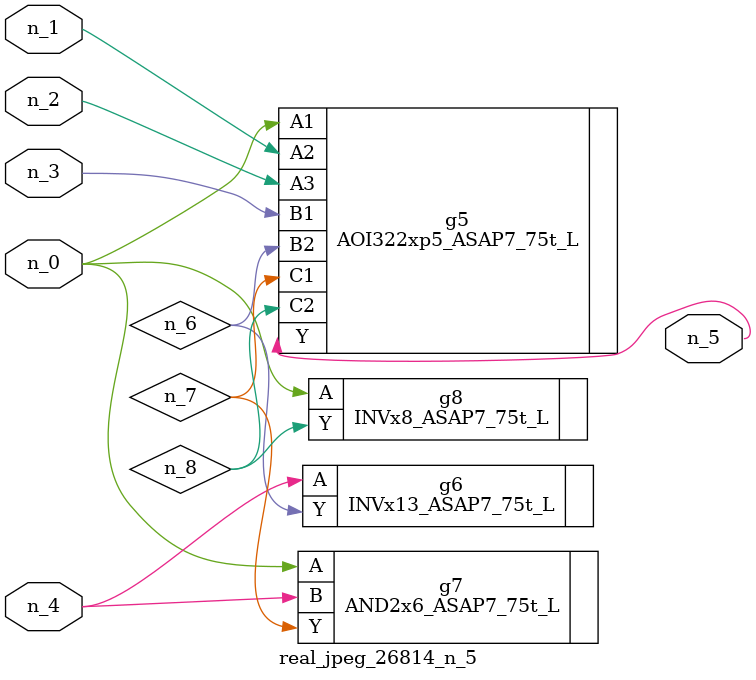
<source format=v>
module real_jpeg_26814_n_5 (n_4, n_0, n_1, n_2, n_3, n_5);

input n_4;
input n_0;
input n_1;
input n_2;
input n_3;

output n_5;

wire n_8;
wire n_6;
wire n_7;

AOI322xp5_ASAP7_75t_L g5 ( 
.A1(n_0),
.A2(n_1),
.A3(n_2),
.B1(n_3),
.B2(n_6),
.C1(n_7),
.C2(n_8),
.Y(n_5)
);

AND2x6_ASAP7_75t_L g7 ( 
.A(n_0),
.B(n_4),
.Y(n_7)
);

INVx8_ASAP7_75t_L g8 ( 
.A(n_0),
.Y(n_8)
);

INVx13_ASAP7_75t_L g6 ( 
.A(n_4),
.Y(n_6)
);


endmodule
</source>
